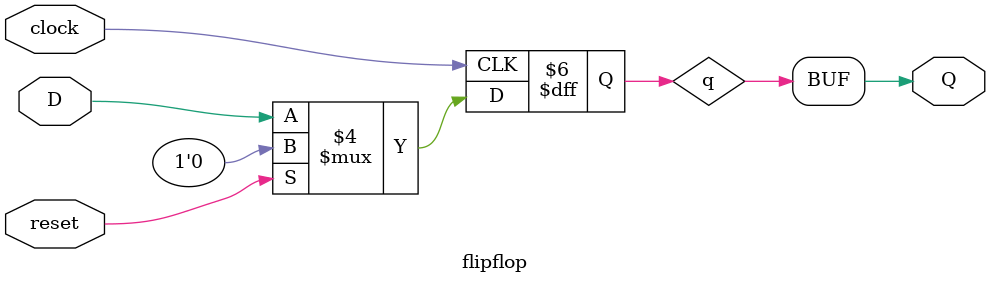
<source format=v>
`timescale 1ns / 1ns // `timescale time_unit/time_precision

module rotatingRegister8bit(input [9:0] SW, input [3:0] KEY, output [9:0] LEDR);
	wire[7:0] DATA_IN;
	wire reset,clock,parallelLoadn,rotateRight,LSRight;
	
	wire[7:0] Q;
	wire m0;
	
	// Input assignment
	assign {LSRight,rotateRight,parallelLoadn,clock} = ~KEY;
	assign reset = SW[9];
	assign DATA_IN = SW[7:0];
	
	// Multiplexer to decide whether it is a right rotating or a right shift
	mux2to1 mux0(.x(Q[0]),.y(0),.s(LSRight),.m(m0));
	
	// Putting the 8 rotation slices together
	regSlice r0(.clock(clock),.reset(reset),.loadLeft(rotateRight),.loadn(parallelLoadn),
					.D(DATA_IN[0]),.Q(Q[0]),.left(Q[1]),.right(Q[7]));
	regSlice r1(.clock(clock),.reset(reset),.loadLeft(rotateRight),.loadn(parallelLoadn),
					.D(DATA_IN[1]),.Q(Q[1]),.left(Q[2]),.right(Q[0]));
	regSlice r2(.clock(clock),.reset(reset),.loadLeft(rotateRight),.loadn(parallelLoadn),
					.D(DATA_IN[2]),.Q(Q[2]),.left(Q[3]),.right(Q[1]));
	regSlice r3(.clock(clock),.reset(reset),.loadLeft(rotateRight),.loadn(parallelLoadn),
					.D(DATA_IN[3]),.Q(Q[3]),.left(Q[4]),.right(Q[2]));
	regSlice r4(.clock(clock),.reset(reset),.loadLeft(rotateRight),.loadn(parallelLoadn),
					.D(DATA_IN[4]),.Q(Q[4]),.left(Q[5]),.right(Q[3]));
	regSlice r5(.clock(clock),.reset(reset),.loadLeft(rotateRight),.loadn(parallelLoadn),
					.D(DATA_IN[5]),.Q(Q[5]),.left(Q[6]),.right(Q[4]));
	regSlice r6(.clock(clock),.reset(reset),.loadLeft(rotateRight),.loadn(parallelLoadn),
					.D(DATA_IN[6]),.Q(Q[6]),.left(Q[7]),.right(Q[5]));
	// Make sure to load m0 into left to allow LSRight to work
	regSlice r7(.clock(clock),.reset(reset),.loadLeft(rotateRight),.loadn(parallelLoadn),
					.D(DATA_IN[7]),.Q(Q[7]),.left(m0),.right(Q[6]));
	
	assign LEDR[7:0] = Q; // Output
endmodule

// A single slice of the rotating register
// NOTE: rotating right = loading in the left bit
module regSlice(input left,right,D,loadLeft,loadn,clock,reset, output Q);
	wire m1,m2;
	
	// Multiplexer to choose whether to load left or right
	mux2to1 mux1(.x(right),.y(left),.s(loadLeft),.m(m1));
	// Multiplexer for whether to actually load digit
	mux2to1 mux2(.x(D),.y(m1),.s(loadn),.m(m2));
	// Flip-flop
	flipflop register(.clock(clock),.reset(reset),.D(m2),.Q(Q));
endmodule

// 2 to 1 multiplexer, processes 1 bit
module mux2to1(input x,y,s, output m);
	reg muxOut;
	
	// Multiplexer code
	always @(*)
	begin
		if(s==0)
			muxOut = x;
		else
			muxOut = y;
	end
	
	// Assign to output
	assign m = muxOut;
endmodule

// Active-high, synchronus reset positive edge triggered flip flop
module flipflop(input clock,reset, input D, output Q);
	reg q;

	// Triggered every time clock rises -> on button press
	always @(posedge clock)
	begin
		if(reset==1) // Set to 0
			q <= 0;
		else // Pass output of ALU to q
			q <= D;
	end
	
	assign Q = q;
endmodule

</source>
